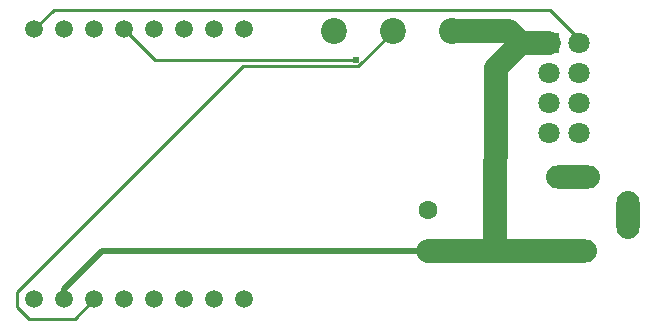
<source format=gtl>
G04 Layer: TopLayer*
G04 EasyEDA v6.5.22, 2023-03-16 18:17:56*
G04 154933f4cc8841fba2b3e540ab7d939e,10*
G04 Gerber Generator version 0.2*
G04 Scale: 100 percent, Rotated: No, Reflected: No *
G04 Dimensions in millimeters *
G04 leading zeros omitted , absolute positions ,4 integer and 5 decimal *
%FSLAX45Y45*%
%MOMM*%

%ADD10C,0.5000*%
%ADD11C,0.2540*%
%ADD12C,2.0000*%
%ADD13C,1.6000*%
%ADD14R,1.8000X1.8000*%
%ADD15C,1.8000*%
%ADD16C,1.5080*%
%ADD17O,1.9558X4.064*%
%ADD18O,4.064X1.9558*%
%ADD19O,4.572X1.9558*%
%ADD20C,2.2000*%
%ADD21C,0.6100*%

%LPD*%
D10*
X1151887Y358139D02*
G01*
X1151887Y441960D01*
X1473200Y762000D01*
X4229099Y764794D01*
D11*
X1405887Y356999D02*
G01*
X1241905Y193017D01*
X854428Y193017D01*
X751761Y295683D01*
X751761Y416283D01*
X2663797Y2328318D01*
X3641493Y2328318D01*
X3933187Y2620012D01*
X3933187Y2628902D01*
D12*
X5454599Y769493D02*
G01*
X4229099Y764794D01*
X5016421Y2527300D02*
G01*
X4803518Y2313939D01*
X4800599Y762000D01*
X5256502Y2527962D02*
G01*
X5136461Y2527962D01*
X5136461Y2527962D02*
G01*
X5016421Y2527962D01*
X4433186Y2628902D02*
G01*
X4915481Y2628902D01*
X5016421Y2527962D01*
D11*
X897887Y2642999D02*
G01*
X1064841Y2809953D01*
X5262140Y2809953D01*
X5510502Y2561592D01*
X5510502Y2528216D01*
X1659887Y2642999D02*
G01*
X1915995Y2386891D01*
X3617211Y2386891D01*
D13*
G01*
X4229099Y764794D03*
G01*
X4229099Y1114805D03*
D14*
G01*
X5256491Y2527973D03*
D15*
G01*
X5510491Y2528227D03*
G01*
X5256491Y2274227D03*
G01*
X5510491Y2274227D03*
G01*
X5256491Y2020227D03*
G01*
X5510491Y2020227D03*
G01*
X5256491Y1766227D03*
G01*
X5510491Y1766227D03*
D16*
G01*
X897889Y356996D03*
G01*
X897889Y2642996D03*
G01*
X2675889Y356996D03*
G01*
X2421889Y356996D03*
G01*
X2167889Y356996D03*
G01*
X1913889Y356996D03*
G01*
X1659889Y356996D03*
G01*
X1405889Y356996D03*
G01*
X1151889Y356996D03*
G01*
X2675889Y2642996D03*
G01*
X2421889Y2642996D03*
G01*
X2167889Y2642996D03*
G01*
X1913889Y2642996D03*
G01*
X1659889Y2642996D03*
G01*
X1405889Y2642996D03*
G01*
X1151889Y2642996D03*
D17*
G01*
X5924600Y1069492D03*
D18*
G01*
X5454599Y769493D03*
D19*
G01*
X5454599Y1389506D03*
D20*
G01*
X4433189Y2628900D03*
G01*
X3933189Y2628900D03*
G01*
X3433190Y2628900D03*
D21*
G01*
X3617211Y2386891D03*
M02*

</source>
